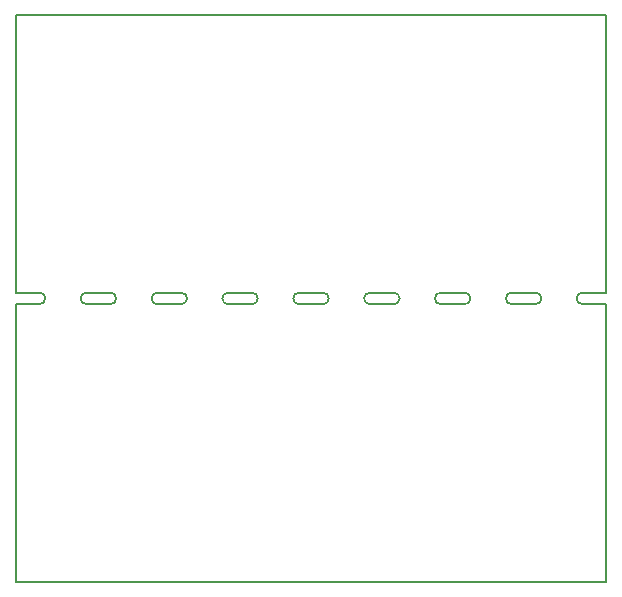
<source format=gbr>
G04 #@! TF.GenerationSoftware,KiCad,Pcbnew,(5.0.2)-1*
G04 #@! TF.CreationDate,2020-05-18T12:22:33+09:00*
G04 #@! TF.ProjectId,controller,636f6e74-726f-46c6-9c65-722e6b696361,rev?*
G04 #@! TF.SameCoordinates,Original*
G04 #@! TF.FileFunction,Profile,NP*
%FSLAX46Y46*%
G04 Gerber Fmt 4.6, Leading zero omitted, Abs format (unit mm)*
G04 Created by KiCad (PCBNEW (5.0.2)-1) date 2020/05/18 12:22:33*
%MOMM*%
%LPD*%
G01*
G04 APERTURE LIST*
%ADD10C,0.150000*%
G04 APERTURE END LIST*
D10*
X100000000Y-75000000D02*
X100000000Y-74500000D01*
X100000000Y-73500000D02*
X100000000Y-73000000D01*
X98000000Y-74500000D02*
X100000000Y-74500000D01*
X98000000Y-74500000D02*
G75*
G02X98000000Y-73500000I0J500000D01*
G01*
X98000000Y-73500000D02*
X100000000Y-73500000D01*
X94000000Y-73500000D02*
G75*
G02X94000000Y-74500000I0J-500000D01*
G01*
X92000000Y-74500000D02*
G75*
G02X92000000Y-73500000I0J500000D01*
G01*
X92000000Y-74500000D02*
X94000000Y-74500000D01*
X86000000Y-74500000D02*
X88000000Y-74500000D01*
X88000000Y-73500000D02*
G75*
G02X88000000Y-74500000I0J-500000D01*
G01*
X92000000Y-73500000D02*
X94000000Y-73500000D01*
X86000000Y-74500000D02*
G75*
G02X86000000Y-73500000I0J500000D01*
G01*
X86000000Y-73500000D02*
X88000000Y-73500000D01*
X80000000Y-74500000D02*
G75*
G02X80000000Y-73500000I0J500000D01*
G01*
X80000000Y-73500000D02*
X82000000Y-73500000D01*
X74000000Y-74500000D02*
X76000000Y-74500000D01*
X74000000Y-74500000D02*
G75*
G02X74000000Y-73500000I0J500000D01*
G01*
X76000000Y-73500000D02*
G75*
G02X76000000Y-74500000I0J-500000D01*
G01*
X80000000Y-74500000D02*
X82000000Y-74500000D01*
X82000000Y-73500000D02*
G75*
G02X82000000Y-74500000I0J-500000D01*
G01*
X74000000Y-73500000D02*
X76000000Y-73500000D01*
X68000000Y-74500000D02*
G75*
G02X68000000Y-73500000I0J500000D01*
G01*
X62000000Y-74500000D02*
G75*
G02X62000000Y-73500000I0J500000D01*
G01*
X68000000Y-74500000D02*
X70000000Y-74500000D01*
X68000000Y-73500000D02*
X70000000Y-73500000D01*
X70000000Y-73500000D02*
G75*
G02X70000000Y-74500000I0J-500000D01*
G01*
X64000000Y-73500000D02*
G75*
G02X64000000Y-74500000I0J-500000D01*
G01*
X62000000Y-74500000D02*
X64000000Y-74500000D01*
X62000000Y-73500000D02*
X64000000Y-73500000D01*
X56000000Y-74500000D02*
G75*
G02X56000000Y-73500000I0J500000D01*
G01*
X58000000Y-73500000D02*
G75*
G02X58000000Y-74500000I0J-500000D01*
G01*
X56000000Y-74500000D02*
X58000000Y-74500000D01*
X56000000Y-73500000D02*
X58000000Y-73500000D01*
X50000000Y-74500000D02*
X50000000Y-75050000D01*
X50000000Y-73500000D02*
X50000000Y-73000000D01*
X52000000Y-73500000D02*
G75*
G02X52000000Y-74500000I0J-500000D01*
G01*
X50000000Y-74500000D02*
X52000000Y-74500000D01*
X50000000Y-73500000D02*
X52000000Y-73500000D01*
X50000000Y-98000000D02*
X100000000Y-98000000D01*
X100000000Y-98000000D02*
X100000000Y-75000000D01*
X50000000Y-75000000D02*
X50000000Y-98000000D01*
X50000000Y-50000000D02*
X50000000Y-73000000D01*
X100000000Y-50000000D02*
X50000000Y-50000000D01*
X100000000Y-73000000D02*
X100000000Y-50000000D01*
M02*

</source>
